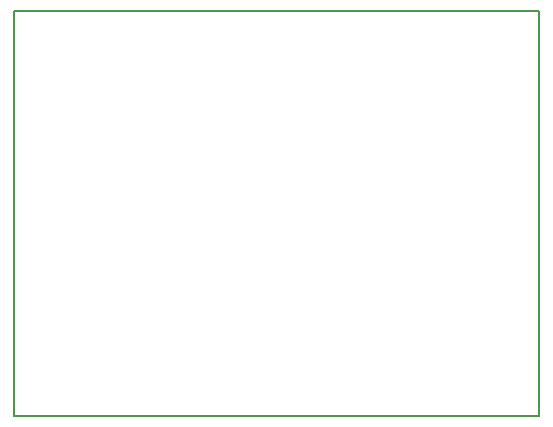
<source format=gko>
G04 DipTrace 3.2.0.1*
G04 BoardOutline.gko*
%MOIN*%
G04 #@! TF.FileFunction,Profile*
G04 #@! TF.Part,Single*
%ADD11C,0.005512*%
%FSLAX26Y26*%
G04*
G70*
G90*
G75*
G01*
G04 BoardOutline*
%LPD*%
X393701Y1743701D2*
D11*
Y393701D1*
X2143701D1*
Y1743701D1*
X393701D1*
M02*

</source>
